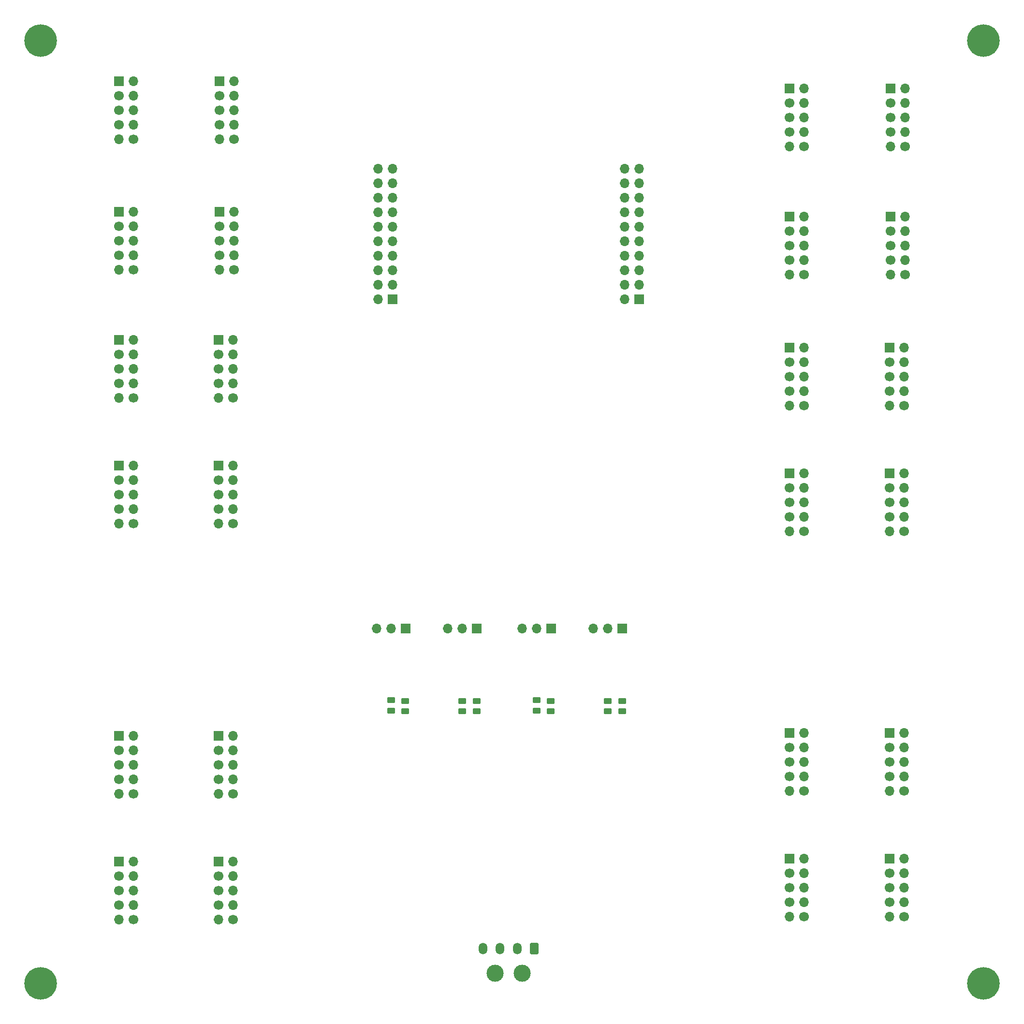
<source format=gbr>
%TF.GenerationSoftware,KiCad,Pcbnew,(6.0.9)*%
%TF.CreationDate,2023-01-09T12:19:46-05:00*%
%TF.ProjectId,Perris_Breakout,50657272-6973-45f4-9272-65616b6f7574,3*%
%TF.SameCoordinates,Original*%
%TF.FileFunction,Soldermask,Top*%
%TF.FilePolarity,Negative*%
%FSLAX46Y46*%
G04 Gerber Fmt 4.6, Leading zero omitted, Abs format (unit mm)*
G04 Created by KiCad (PCBNEW (6.0.9)) date 2023-01-09 12:19:46*
%MOMM*%
%LPD*%
G01*
G04 APERTURE LIST*
G04 Aperture macros list*
%AMRoundRect*
0 Rectangle with rounded corners*
0 $1 Rounding radius*
0 $2 $3 $4 $5 $6 $7 $8 $9 X,Y pos of 4 corners*
0 Add a 4 corners polygon primitive as box body*
4,1,4,$2,$3,$4,$5,$6,$7,$8,$9,$2,$3,0*
0 Add four circle primitives for the rounded corners*
1,1,$1+$1,$2,$3*
1,1,$1+$1,$4,$5*
1,1,$1+$1,$6,$7*
1,1,$1+$1,$8,$9*
0 Add four rect primitives between the rounded corners*
20,1,$1+$1,$2,$3,$4,$5,0*
20,1,$1+$1,$4,$5,$6,$7,0*
20,1,$1+$1,$6,$7,$8,$9,0*
20,1,$1+$1,$8,$9,$2,$3,0*%
G04 Aperture macros list end*
%ADD10R,1.700000X1.700000*%
%ADD11C,1.700000*%
%ADD12O,1.700000X1.700000*%
%ADD13C,5.700000*%
%ADD14RoundRect,0.250000X-0.450000X0.262500X-0.450000X-0.262500X0.450000X-0.262500X0.450000X0.262500X0*%
%ADD15C,3.000000*%
%ADD16RoundRect,0.250001X0.499999X0.759999X-0.499999X0.759999X-0.499999X-0.759999X0.499999X-0.759999X0*%
%ADD17O,1.500000X2.020000*%
G04 APERTURE END LIST*
D10*
%TO.C,J20*%
X56214272Y-190425000D03*
D11*
X56214272Y-192965000D03*
X56214272Y-195505000D03*
X56214272Y-198045000D03*
D12*
X56214272Y-200585000D03*
D11*
X58754272Y-200585000D03*
D12*
X58754272Y-198045000D03*
X58754272Y-195505000D03*
X58754272Y-192965000D03*
X58754272Y-190425000D03*
%TD*%
D13*
%TO.C,H4*%
X190144300Y-211740000D03*
%TD*%
D10*
%TO.C,J9*%
X156225000Y-55015000D03*
D11*
X156225000Y-57555000D03*
X156225000Y-60095000D03*
X156225000Y-62635000D03*
D12*
X156225000Y-65175000D03*
D11*
X158765000Y-65175000D03*
D12*
X158765000Y-62635000D03*
X158765000Y-60095000D03*
X158765000Y-57555000D03*
X158765000Y-55015000D03*
%TD*%
D14*
%TO.C,R6*%
X114379300Y-162262500D03*
X114379300Y-164087500D03*
%TD*%
D10*
%TO.C,U1*%
X129850000Y-91930000D03*
D12*
X129850000Y-89390000D03*
X129850000Y-86850000D03*
X129850000Y-84310000D03*
X129850000Y-81770000D03*
X129850000Y-79230000D03*
X129850000Y-76690000D03*
X129850000Y-74150000D03*
X129850000Y-71610000D03*
X129850000Y-69070000D03*
X84130000Y-69070000D03*
X84130000Y-71610000D03*
X84130000Y-74150000D03*
X84130000Y-76690000D03*
X84130000Y-79230000D03*
X84130000Y-81770000D03*
X84130000Y-84310000D03*
X84130000Y-86850000D03*
X84130000Y-89390000D03*
X84130000Y-91930000D03*
X127310000Y-91930000D03*
X127310000Y-89390000D03*
X127310000Y-86850000D03*
X127310000Y-84310000D03*
X127310000Y-81770000D03*
X127310000Y-79230000D03*
X127310000Y-76690000D03*
X127310000Y-74150000D03*
X127310000Y-71610000D03*
X127310000Y-69070000D03*
X86670000Y-69070000D03*
X86670000Y-71610000D03*
X86670000Y-74150000D03*
X86670000Y-76690000D03*
X86670000Y-79230000D03*
X86670000Y-81770000D03*
X86670000Y-84310000D03*
X86670000Y-86850000D03*
X86670000Y-89390000D03*
D10*
X86670000Y-91930000D03*
%TD*%
%TO.C,J15*%
X156225000Y-122425000D03*
D11*
X156225000Y-124965000D03*
X156225000Y-127505000D03*
X156225000Y-130045000D03*
D12*
X156225000Y-132585000D03*
D11*
X158765000Y-132585000D03*
D12*
X158765000Y-130045000D03*
X158765000Y-127505000D03*
X158765000Y-124965000D03*
X158765000Y-122425000D03*
%TD*%
D10*
%TO.C,J25*%
X88919300Y-149590000D03*
D12*
X86379300Y-149590000D03*
X83839300Y-149590000D03*
%TD*%
D10*
%TO.C,J24*%
X173725000Y-189925000D03*
D11*
X173725000Y-192465000D03*
X173725000Y-195005000D03*
X173725000Y-197545000D03*
D12*
X173725000Y-200085000D03*
D11*
X176265000Y-200085000D03*
D12*
X176265000Y-197545000D03*
X176265000Y-195005000D03*
X176265000Y-192465000D03*
X176265000Y-189925000D03*
%TD*%
D10*
%TO.C,J14*%
X173725000Y-100390000D03*
D11*
X173725000Y-102930000D03*
X173725000Y-105470000D03*
X173725000Y-108010000D03*
D12*
X173725000Y-110550000D03*
D11*
X176265000Y-110550000D03*
D12*
X176265000Y-108010000D03*
X176265000Y-105470000D03*
X176265000Y-102930000D03*
X176265000Y-100390000D03*
%TD*%
D10*
%TO.C,J16*%
X173725000Y-122425000D03*
D11*
X173725000Y-124965000D03*
X173725000Y-127505000D03*
X173725000Y-130045000D03*
D12*
X173725000Y-132585000D03*
D11*
X176265000Y-132585000D03*
D12*
X176265000Y-130045000D03*
X176265000Y-127505000D03*
X176265000Y-124965000D03*
X176265000Y-122425000D03*
%TD*%
D14*
%TO.C,R2*%
X88879300Y-162262500D03*
X88879300Y-164087500D03*
%TD*%
D10*
%TO.C,J7*%
X38725000Y-121070000D03*
D11*
X38725000Y-123610000D03*
X38725000Y-126150000D03*
X38725000Y-128690000D03*
D12*
X38725000Y-131230000D03*
D11*
X41265000Y-131230000D03*
D12*
X41265000Y-128690000D03*
X41265000Y-126150000D03*
X41265000Y-123610000D03*
X41265000Y-121070000D03*
%TD*%
D13*
%TO.C,H3*%
X25044300Y-211740000D03*
%TD*%
D10*
%TO.C,J21*%
X156225000Y-167890000D03*
D11*
X156225000Y-170430000D03*
X156225000Y-172970000D03*
X156225000Y-175510000D03*
D12*
X156225000Y-178050000D03*
D11*
X158765000Y-178050000D03*
D12*
X158765000Y-175510000D03*
X158765000Y-172970000D03*
X158765000Y-170430000D03*
X158765000Y-167890000D03*
%TD*%
D10*
%TO.C,J6*%
X56225000Y-99035000D03*
D11*
X56225000Y-101575000D03*
X56225000Y-104115000D03*
X56225000Y-106655000D03*
D12*
X56225000Y-109195000D03*
D11*
X58765000Y-109195000D03*
D12*
X58765000Y-106655000D03*
X58765000Y-104115000D03*
X58765000Y-101575000D03*
X58765000Y-99035000D03*
%TD*%
D14*
%TO.C,R8*%
X126879300Y-162262500D03*
X126879300Y-164087500D03*
%TD*%
D10*
%TO.C,J12*%
X173865000Y-77495000D03*
D11*
X173865000Y-80035000D03*
X173865000Y-82575000D03*
X173865000Y-85115000D03*
D12*
X173865000Y-87655000D03*
D11*
X176405000Y-87655000D03*
D12*
X176405000Y-85115000D03*
X176405000Y-82575000D03*
X176405000Y-80035000D03*
X176405000Y-77495000D03*
%TD*%
D10*
%TO.C,J28*%
X126904300Y-149590000D03*
D12*
X124364300Y-149590000D03*
X121824300Y-149590000D03*
%TD*%
D10*
%TO.C,J27*%
X114404300Y-149590000D03*
D12*
X111864300Y-149590000D03*
X109324300Y-149590000D03*
%TD*%
D10*
%TO.C,J5*%
X38725000Y-99035000D03*
D11*
X38725000Y-101575000D03*
X38725000Y-104115000D03*
X38725000Y-106655000D03*
D12*
X38725000Y-109195000D03*
D11*
X41265000Y-109195000D03*
D12*
X41265000Y-106655000D03*
X41265000Y-104115000D03*
X41265000Y-101575000D03*
X41265000Y-99035000D03*
%TD*%
D10*
%TO.C,J2*%
X56365000Y-53770000D03*
D11*
X56365000Y-56310000D03*
X56365000Y-58850000D03*
X56365000Y-61390000D03*
D12*
X56365000Y-63930000D03*
D11*
X58905000Y-63930000D03*
D12*
X58905000Y-61390000D03*
X58905000Y-58850000D03*
X58905000Y-56310000D03*
X58905000Y-53770000D03*
%TD*%
D13*
%TO.C,H1*%
X25044300Y-46640000D03*
%TD*%
D14*
%TO.C,R5*%
X111879300Y-162175000D03*
X111879300Y-164000000D03*
%TD*%
D10*
%TO.C,J26*%
X101404300Y-149590000D03*
D12*
X98864300Y-149590000D03*
X96324300Y-149590000D03*
%TD*%
D10*
%TO.C,J1*%
X38725000Y-53770000D03*
D11*
X38725000Y-56310000D03*
X38725000Y-58850000D03*
X38725000Y-61390000D03*
D12*
X38725000Y-63930000D03*
D11*
X41265000Y-63930000D03*
D12*
X41265000Y-61390000D03*
X41265000Y-58850000D03*
X41265000Y-56310000D03*
X41265000Y-53770000D03*
%TD*%
D14*
%TO.C,R3*%
X98879300Y-162262500D03*
X98879300Y-164087500D03*
%TD*%
D10*
%TO.C,J19*%
X38714272Y-190425000D03*
D11*
X38714272Y-192965000D03*
X38714272Y-195505000D03*
X38714272Y-198045000D03*
D12*
X38714272Y-200585000D03*
D11*
X41254272Y-200585000D03*
D12*
X41254272Y-198045000D03*
X41254272Y-195505000D03*
X41254272Y-192965000D03*
X41254272Y-190425000D03*
%TD*%
D14*
%TO.C,R7*%
X124379300Y-162262500D03*
X124379300Y-164087500D03*
%TD*%
D10*
%TO.C,J18*%
X56214272Y-168390000D03*
D11*
X56214272Y-170930000D03*
X56214272Y-173470000D03*
X56214272Y-176010000D03*
D12*
X56214272Y-178550000D03*
D11*
X58754272Y-178550000D03*
D12*
X58754272Y-176010000D03*
X58754272Y-173470000D03*
X58754272Y-170930000D03*
X58754272Y-168390000D03*
%TD*%
D10*
%TO.C,J10*%
X173865000Y-55015000D03*
D11*
X173865000Y-57555000D03*
X173865000Y-60095000D03*
X173865000Y-62635000D03*
D12*
X173865000Y-65175000D03*
D11*
X176405000Y-65175000D03*
D12*
X176405000Y-62635000D03*
X176405000Y-60095000D03*
X176405000Y-57555000D03*
X176405000Y-55015000D03*
%TD*%
D10*
%TO.C,J11*%
X156225000Y-77495000D03*
D11*
X156225000Y-80035000D03*
X156225000Y-82575000D03*
X156225000Y-85115000D03*
D12*
X156225000Y-87655000D03*
D11*
X158765000Y-87655000D03*
D12*
X158765000Y-85115000D03*
X158765000Y-82575000D03*
X158765000Y-80035000D03*
X158765000Y-77495000D03*
%TD*%
D10*
%TO.C,J3*%
X38725000Y-76605000D03*
D11*
X38725000Y-79145000D03*
X38725000Y-81685000D03*
X38725000Y-84225000D03*
D12*
X38725000Y-86765000D03*
D11*
X41265000Y-86765000D03*
D12*
X41265000Y-84225000D03*
X41265000Y-81685000D03*
X41265000Y-79145000D03*
X41265000Y-76605000D03*
%TD*%
D14*
%TO.C,R4*%
X101379300Y-162262500D03*
X101379300Y-164087500D03*
%TD*%
D10*
%TO.C,J22*%
X173725000Y-167890000D03*
D11*
X173725000Y-170430000D03*
X173725000Y-172970000D03*
X173725000Y-175510000D03*
D12*
X173725000Y-178050000D03*
D11*
X176265000Y-178050000D03*
D12*
X176265000Y-175510000D03*
X176265000Y-172970000D03*
X176265000Y-170430000D03*
X176265000Y-167890000D03*
%TD*%
D10*
%TO.C,J23*%
X156225000Y-189925000D03*
D11*
X156225000Y-192465000D03*
X156225000Y-195005000D03*
X156225000Y-197545000D03*
D12*
X156225000Y-200085000D03*
D11*
X158765000Y-200085000D03*
D12*
X158765000Y-197545000D03*
X158765000Y-195005000D03*
X158765000Y-192465000D03*
X158765000Y-189925000D03*
%TD*%
D14*
%TO.C,R1*%
X86379300Y-162175000D03*
X86379300Y-164000000D03*
%TD*%
D10*
%TO.C,J4*%
X56365000Y-76605000D03*
D11*
X56365000Y-79145000D03*
X56365000Y-81685000D03*
X56365000Y-84225000D03*
D12*
X56365000Y-86765000D03*
D11*
X58905000Y-86765000D03*
D12*
X58905000Y-84225000D03*
X58905000Y-81685000D03*
X58905000Y-79145000D03*
X58905000Y-76605000D03*
%TD*%
D15*
%TO.C,J29*%
X104635200Y-209960000D03*
X109335200Y-209960000D03*
D16*
X111485200Y-205640000D03*
D17*
X108485200Y-205640000D03*
X105485200Y-205640000D03*
X102485200Y-205640000D03*
%TD*%
D13*
%TO.C,H2*%
X190144300Y-46640000D03*
%TD*%
D10*
%TO.C,J8*%
X56225000Y-121070000D03*
D11*
X56225000Y-123610000D03*
X56225000Y-126150000D03*
X56225000Y-128690000D03*
D12*
X56225000Y-131230000D03*
D11*
X58765000Y-131230000D03*
D12*
X58765000Y-128690000D03*
X58765000Y-126150000D03*
X58765000Y-123610000D03*
X58765000Y-121070000D03*
%TD*%
D10*
%TO.C,J13*%
X156225000Y-100390000D03*
D11*
X156225000Y-102930000D03*
X156225000Y-105470000D03*
X156225000Y-108010000D03*
D12*
X156225000Y-110550000D03*
D11*
X158765000Y-110550000D03*
D12*
X158765000Y-108010000D03*
X158765000Y-105470000D03*
X158765000Y-102930000D03*
X158765000Y-100390000D03*
%TD*%
D10*
%TO.C,J17*%
X38714272Y-168390000D03*
D11*
X38714272Y-170930000D03*
X38714272Y-173470000D03*
X38714272Y-176010000D03*
D12*
X38714272Y-178550000D03*
D11*
X41254272Y-178550000D03*
D12*
X41254272Y-176010000D03*
X41254272Y-173470000D03*
X41254272Y-170930000D03*
X41254272Y-168390000D03*
%TD*%
M02*

</source>
